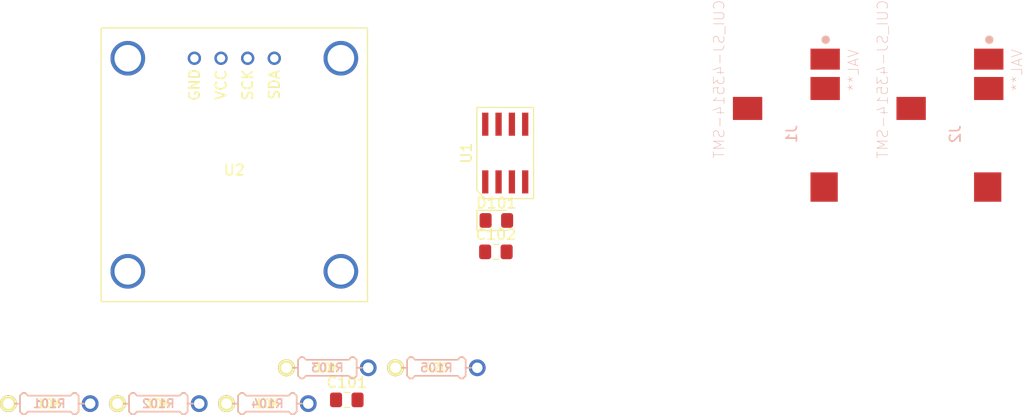
<source format=kicad_pcb>
(kicad_pcb (version 20171130) (host pcbnew "(5.1.4)-1")

  (general
    (thickness 1.6)
    (drawings 0)
    (tracks 0)
    (zones 0)
    (modules 12)
    (nets 10)
  )

  (page A4)
  (layers
    (0 F.Cu signal)
    (31 B.Cu signal)
    (32 B.Adhes user)
    (33 F.Adhes user)
    (34 B.Paste user)
    (35 F.Paste user)
    (36 B.SilkS user)
    (37 F.SilkS user)
    (38 B.Mask user)
    (39 F.Mask user)
    (40 Dwgs.User user)
    (41 Cmts.User user)
    (42 Eco1.User user)
    (43 Eco2.User user)
    (44 Edge.Cuts user)
    (45 Margin user)
    (46 B.CrtYd user)
    (47 F.CrtYd user)
    (48 B.Fab user)
    (49 F.Fab user hide)
  )

  (setup
    (last_trace_width 0.25)
    (user_trace_width 0.5)
    (trace_clearance 0.2)
    (zone_clearance 0.508)
    (zone_45_only no)
    (trace_min 0.2)
    (via_size 0.8)
    (via_drill 0.4)
    (via_min_size 0.4)
    (via_min_drill 0.3)
    (uvia_size 0.3)
    (uvia_drill 0.1)
    (uvias_allowed no)
    (uvia_min_size 0.2)
    (uvia_min_drill 0.1)
    (edge_width 0.05)
    (segment_width 0.2)
    (pcb_text_width 0.3)
    (pcb_text_size 1.5 1.5)
    (mod_edge_width 0.12)
    (mod_text_size 1 1)
    (mod_text_width 0.15)
    (pad_size 1.524 1.524)
    (pad_drill 0.762)
    (pad_to_mask_clearance 0.051)
    (solder_mask_min_width 0.25)
    (aux_axis_origin 0 0)
    (visible_elements 7FFFFFFF)
    (pcbplotparams
      (layerselection 0x010fc_ffffffff)
      (usegerberextensions false)
      (usegerberattributes false)
      (usegerberadvancedattributes false)
      (creategerberjobfile false)
      (excludeedgelayer true)
      (linewidth 0.100000)
      (plotframeref false)
      (viasonmask false)
      (mode 1)
      (useauxorigin false)
      (hpglpennumber 1)
      (hpglpenspeed 20)
      (hpglpendiameter 15.000000)
      (psnegative false)
      (psa4output false)
      (plotreference true)
      (plotvalue true)
      (plotinvisibletext false)
      (padsonsilk false)
      (subtractmaskfromsilk false)
      (outputformat 1)
      (mirror false)
      (drillshape 1)
      (scaleselection 1)
      (outputdirectory ""))
  )

  (net 0 "")
  (net 1 GND)
  (net 2 "Net-(C102-Pad1)")
  (net 3 /SCL_IN)
  (net 4 VCC)
  (net 5 /SDA_IN)
  (net 6 /SCK)
  (net 7 /SDA)
  (net 8 "Net-(R104-Pad2)")
  (net 9 "Net-(D101-Pad2)")

  (net_class Default "This is the default net class."
    (clearance 0.2)
    (trace_width 0.25)
    (via_dia 0.8)
    (via_drill 0.4)
    (uvia_dia 0.3)
    (uvia_drill 0.1)
    (add_net /SCK)
    (add_net /SCL_IN)
    (add_net /SDA)
    (add_net /SDA_IN)
    (add_net GND)
    (add_net "Net-(C102-Pad1)")
    (add_net "Net-(D101-Pad2)")
    (add_net "Net-(R104-Pad2)")
    (add_net VCC)
  )

  (module SVastaCustomParts:128x64px_OLED_I2C (layer F.Cu) (tedit 5E8A4A6D) (tstamp 5E8AC542)
    (at 87.75 44.85)
    (path /5E8C718D)
    (fp_text reference U2 (at 0 0.5) (layer F.SilkS)
      (effects (font (size 1 1) (thickness 0.15)))
    )
    (fp_text value 0.91"_128x64_i2c_OLED (at 0 -0.5) (layer F.Fab)
      (effects (font (size 1 1) (thickness 0.15)))
    )
    (fp_text user SDA (at 3.81 -7.62 90) (layer F.SilkS)
      (effects (font (size 1 1) (thickness 0.15)))
    )
    (fp_text user SCK (at 1.27 -7.62 90) (layer F.SilkS)
      (effects (font (size 1 1) (thickness 0.15)))
    )
    (fp_text user VCC (at -1.27 -7.62 90) (layer F.SilkS)
      (effects (font (size 1 1) (thickness 0.15)))
    )
    (fp_text user GND (at -3.81 -7.62 90) (layer F.SilkS)
      (effects (font (size 1 1) (thickness 0.15)))
    )
    (fp_line (start 12.7 13.05) (end 12.7 -13.05) (layer F.SilkS) (width 0.12))
    (fp_line (start -12.7 13.05) (end 12.7 13.05) (layer F.SilkS) (width 0.12))
    (fp_line (start -12.7 -13.05) (end -12.7 13.05) (layer F.SilkS) (width 0.12))
    (fp_line (start -12.7 -13.05) (end 12.7 -13.05) (layer F.SilkS) (width 0.12))
    (pad SDA thru_hole circle (at 3.81 -10.16) (size 1.27 1.27) (drill 0.8) (layers *.Cu *.Mask)
      (net 7 /SDA))
    (pad SCK thru_hole circle (at 1.27 -10.16) (size 1.27 1.27) (drill 0.8) (layers *.Cu *.Mask)
      (net 6 /SCK))
    (pad VCC thru_hole circle (at -1.27 -10.16) (size 1.27 1.27) (drill 0.8) (layers *.Cu *.Mask)
      (net 4 VCC))
    (pad GND thru_hole circle (at -3.81 -10.16) (size 1.27 1.27) (drill 0.8) (layers *.Cu *.Mask)
      (net 1 GND))
    (pad "" np_thru_hole circle (at 10.16 10.16 270) (size 3.302 3.302) (drill 2.54) (layers *.Cu *.Mask))
    (pad "" np_thru_hole circle (at -10.16 10.16 180) (size 3.302 3.302) (drill 2.54) (layers *.Cu *.Mask))
    (pad "" np_thru_hole circle (at -10.16 -10.16 90) (size 3.302 3.302) (drill 2.54) (layers *.Cu *.Mask))
    (pad "" np_thru_hole circle (at 10.16 -10.16) (size 3.302 3.302) (drill 2.54) (layers *.Cu *.Mask))
  )

  (module SVastaCustomParts:PI6ULS5V9511A_I2C_HotSwap (layer F.Cu) (tedit 0) (tstamp 5E8AC52E)
    (at 113.585 43.73)
    (path /5E8C5628)
    (attr smd)
    (fp_text reference U1 (at -3.705 0 90) (layer F.SilkS)
      (effects (font (size 1 1) (thickness 0.15)))
    )
    (fp_text value PI6ULS5V9511AWEX_I2C_HotSwap (at 0 0) (layer F.Fab)
      (effects (font (size 1 1) (thickness 0.15)))
    )
    (fp_line (start -2.46 4.1) (end -2.46 -4.1) (layer F.CrtYd) (width 0.05))
    (fp_line (start 2.46 4.1) (end -2.46 4.1) (layer F.CrtYd) (width 0.05))
    (fp_line (start 2.46 -4.1) (end 2.46 4.1) (layer F.CrtYd) (width 0.05))
    (fp_line (start -2.46 -4.1) (end 2.46 -4.1) (layer F.CrtYd) (width 0.05))
    (fp_line (start 2.705 4.35) (end -1.905 4.35) (layer F.SilkS) (width 0.12))
    (fp_line (start 2.705 -4.35) (end 2.705 4.35) (layer F.SilkS) (width 0.12))
    (fp_line (start -2.705 -4.35) (end 2.705 -4.35) (layer F.SilkS) (width 0.12))
    (fp_line (start -2.705 3.55) (end -2.705 -4.35) (layer F.SilkS) (width 0.12))
    (fp_line (start -1.905 4.35) (end -2.705 3.55) (layer F.SilkS) (width 0.12))
    (pad 4 smd rect (at 1.905 2.75) (size 0.6 2.2) (layers F.Cu F.Paste F.Mask)
      (net 1 GND))
    (pad 5 smd rect (at 1.905 -2.75) (size 0.6 2.2) (layers F.Cu F.Paste F.Mask)
      (net 8 "Net-(R104-Pad2)"))
    (pad 3 smd rect (at 0.635 2.75) (size 0.6 2.2) (layers F.Cu F.Paste F.Mask)
      (net 3 /SCL_IN))
    (pad 6 smd rect (at 0.635 -2.75) (size 0.6 2.2) (layers F.Cu F.Paste F.Mask)
      (net 5 /SDA_IN))
    (pad 2 smd rect (at -0.635 2.75) (size 0.6 2.2) (layers F.Cu F.Paste F.Mask)
      (net 6 /SCK))
    (pad 7 smd rect (at -0.635 -2.75) (size 0.6 2.2) (layers F.Cu F.Paste F.Mask)
      (net 7 /SDA))
    (pad 1 smd rect (at -1.905 2.75) (size 0.6 2.2) (layers F.Cu F.Paste F.Mask)
      (net 2 "Net-(C102-Pad1)"))
    (pad 8 smd rect (at -1.905 -2.75) (size 0.6 2.2) (layers F.Cu F.Paste F.Mask)
      (net 4 VCC))
  )

  (module keebio:Resistor-Compact (layer F.Cu) (tedit 597B3C60) (tstamp 5E8AC519)
    (at 107.019999 64.211)
    (path /5EDB0407)
    (attr smd)
    (fp_text reference R105 (at 0 0) (layer B.SilkS)
      (effects (font (size 0.8 0.8) (thickness 0.15)) (justify mirror))
    )
    (fp_text value 470 (at 0 0) (layer F.SilkS)
      (effects (font (size 0.8 0.8) (thickness 0.15)))
    )
    (fp_line (start -2.794 -0.762) (end -2.54 -1.016) (layer F.SilkS) (width 0.15))
    (fp_line (start -2.54 -1.016) (end -2.286 -1.016) (layer F.SilkS) (width 0.15))
    (fp_line (start -2.286 -1.016) (end -2.032 -0.762) (layer F.SilkS) (width 0.15))
    (fp_line (start -2.032 -0.762) (end 2.032 -0.762) (layer F.SilkS) (width 0.15))
    (fp_line (start 2.032 -0.762) (end 2.286 -1.016) (layer F.SilkS) (width 0.15))
    (fp_line (start 2.286 -1.016) (end 2.54 -1.016) (layer F.SilkS) (width 0.15))
    (fp_line (start 2.54 -1.016) (end 2.794 -0.762) (layer F.SilkS) (width 0.15))
    (fp_line (start 2.794 -0.762) (end 2.794 0.762) (layer F.SilkS) (width 0.15))
    (fp_line (start 2.794 0.762) (end 2.54 1.016) (layer F.SilkS) (width 0.15))
    (fp_line (start 2.54 1.016) (end 2.286 1.016) (layer F.SilkS) (width 0.15))
    (fp_line (start 2.286 1.016) (end 2.032 0.762) (layer F.SilkS) (width 0.15))
    (fp_line (start 2.032 0.762) (end -2.032 0.762) (layer F.SilkS) (width 0.15))
    (fp_line (start -2.032 0.762) (end -2.286 1.016) (layer F.SilkS) (width 0.15))
    (fp_line (start -2.286 1.016) (end -2.54 1.016) (layer F.SilkS) (width 0.15))
    (fp_line (start -2.54 1.016) (end -2.794 0.762) (layer F.SilkS) (width 0.15))
    (fp_line (start -2.794 0.762) (end -2.794 -0.762) (layer F.SilkS) (width 0.15))
    (fp_line (start -3.302 0) (end -2.794 0) (layer F.SilkS) (width 0.15))
    (fp_line (start 2.794 0) (end 3.302 0) (layer F.SilkS) (width 0.15))
    (fp_line (start -3.302 0) (end -2.794 0) (layer B.SilkS) (width 0.15))
    (fp_line (start -2.794 0) (end -2.794 -0.762) (layer B.SilkS) (width 0.15))
    (fp_line (start -2.794 -0.762) (end -2.54 -1.016) (layer B.SilkS) (width 0.15))
    (fp_line (start -2.54 -1.016) (end -2.286 -1.016) (layer B.SilkS) (width 0.15))
    (fp_line (start -2.286 -1.016) (end -2.032 -0.762) (layer B.SilkS) (width 0.15))
    (fp_line (start -2.032 -0.762) (end 2.032 -0.762) (layer B.SilkS) (width 0.15))
    (fp_line (start 2.032 -0.762) (end 2.286 -1.016) (layer B.SilkS) (width 0.15))
    (fp_line (start 2.286 -1.016) (end 2.54 -1.016) (layer B.SilkS) (width 0.15))
    (fp_line (start 2.54 -1.016) (end 2.794 -0.762) (layer B.SilkS) (width 0.15))
    (fp_line (start 2.794 -0.762) (end 2.794 0.762) (layer B.SilkS) (width 0.15))
    (fp_line (start 2.794 0.762) (end 2.54 1.016) (layer B.SilkS) (width 0.15))
    (fp_line (start 2.54 1.016) (end 2.286 1.016) (layer B.SilkS) (width 0.15))
    (fp_line (start 2.286 1.016) (end 2.032 0.762) (layer B.SilkS) (width 0.15))
    (fp_line (start 2.032 0.762) (end -2.032 0.762) (layer B.SilkS) (width 0.15))
    (fp_line (start -2.032 0.762) (end -2.286 1.016) (layer B.SilkS) (width 0.15))
    (fp_line (start -2.286 1.016) (end -2.54 1.016) (layer B.SilkS) (width 0.15))
    (fp_line (start -2.54 1.016) (end -2.794 0.762) (layer B.SilkS) (width 0.15))
    (fp_line (start -2.794 0.762) (end -2.794 0) (layer B.SilkS) (width 0.15))
    (fp_line (start 2.794 0) (end 3.302 0) (layer B.SilkS) (width 0.15))
    (pad 1 thru_hole circle (at 3.9 0) (size 1.6 1.6) (drill 1) (layers *.Cu *.Mask)
      (net 8 "Net-(R104-Pad2)"))
    (pad 2 thru_hole circle (at -3.9 0) (size 1.6 1.6) (drill 1) (layers *.Cu *.Mask F.SilkS)
      (net 9 "Net-(D101-Pad2)"))
  )

  (module keebio:Resistor-Compact (layer F.Cu) (tedit 597B3C60) (tstamp 5E8AC3CE)
    (at 90.899999 67.631)
    (path /5E8ED20D)
    (attr smd)
    (fp_text reference R104 (at 0 0) (layer B.SilkS)
      (effects (font (size 0.8 0.8) (thickness 0.15)) (justify mirror))
    )
    (fp_text value 10K (at 0 0) (layer F.SilkS)
      (effects (font (size 0.8 0.8) (thickness 0.15)))
    )
    (fp_line (start -2.794 -0.762) (end -2.54 -1.016) (layer F.SilkS) (width 0.15))
    (fp_line (start -2.54 -1.016) (end -2.286 -1.016) (layer F.SilkS) (width 0.15))
    (fp_line (start -2.286 -1.016) (end -2.032 -0.762) (layer F.SilkS) (width 0.15))
    (fp_line (start -2.032 -0.762) (end 2.032 -0.762) (layer F.SilkS) (width 0.15))
    (fp_line (start 2.032 -0.762) (end 2.286 -1.016) (layer F.SilkS) (width 0.15))
    (fp_line (start 2.286 -1.016) (end 2.54 -1.016) (layer F.SilkS) (width 0.15))
    (fp_line (start 2.54 -1.016) (end 2.794 -0.762) (layer F.SilkS) (width 0.15))
    (fp_line (start 2.794 -0.762) (end 2.794 0.762) (layer F.SilkS) (width 0.15))
    (fp_line (start 2.794 0.762) (end 2.54 1.016) (layer F.SilkS) (width 0.15))
    (fp_line (start 2.54 1.016) (end 2.286 1.016) (layer F.SilkS) (width 0.15))
    (fp_line (start 2.286 1.016) (end 2.032 0.762) (layer F.SilkS) (width 0.15))
    (fp_line (start 2.032 0.762) (end -2.032 0.762) (layer F.SilkS) (width 0.15))
    (fp_line (start -2.032 0.762) (end -2.286 1.016) (layer F.SilkS) (width 0.15))
    (fp_line (start -2.286 1.016) (end -2.54 1.016) (layer F.SilkS) (width 0.15))
    (fp_line (start -2.54 1.016) (end -2.794 0.762) (layer F.SilkS) (width 0.15))
    (fp_line (start -2.794 0.762) (end -2.794 -0.762) (layer F.SilkS) (width 0.15))
    (fp_line (start -3.302 0) (end -2.794 0) (layer F.SilkS) (width 0.15))
    (fp_line (start 2.794 0) (end 3.302 0) (layer F.SilkS) (width 0.15))
    (fp_line (start -3.302 0) (end -2.794 0) (layer B.SilkS) (width 0.15))
    (fp_line (start -2.794 0) (end -2.794 -0.762) (layer B.SilkS) (width 0.15))
    (fp_line (start -2.794 -0.762) (end -2.54 -1.016) (layer B.SilkS) (width 0.15))
    (fp_line (start -2.54 -1.016) (end -2.286 -1.016) (layer B.SilkS) (width 0.15))
    (fp_line (start -2.286 -1.016) (end -2.032 -0.762) (layer B.SilkS) (width 0.15))
    (fp_line (start -2.032 -0.762) (end 2.032 -0.762) (layer B.SilkS) (width 0.15))
    (fp_line (start 2.032 -0.762) (end 2.286 -1.016) (layer B.SilkS) (width 0.15))
    (fp_line (start 2.286 -1.016) (end 2.54 -1.016) (layer B.SilkS) (width 0.15))
    (fp_line (start 2.54 -1.016) (end 2.794 -0.762) (layer B.SilkS) (width 0.15))
    (fp_line (start 2.794 -0.762) (end 2.794 0.762) (layer B.SilkS) (width 0.15))
    (fp_line (start 2.794 0.762) (end 2.54 1.016) (layer B.SilkS) (width 0.15))
    (fp_line (start 2.54 1.016) (end 2.286 1.016) (layer B.SilkS) (width 0.15))
    (fp_line (start 2.286 1.016) (end 2.032 0.762) (layer B.SilkS) (width 0.15))
    (fp_line (start 2.032 0.762) (end -2.032 0.762) (layer B.SilkS) (width 0.15))
    (fp_line (start -2.032 0.762) (end -2.286 1.016) (layer B.SilkS) (width 0.15))
    (fp_line (start -2.286 1.016) (end -2.54 1.016) (layer B.SilkS) (width 0.15))
    (fp_line (start -2.54 1.016) (end -2.794 0.762) (layer B.SilkS) (width 0.15))
    (fp_line (start -2.794 0.762) (end -2.794 0) (layer B.SilkS) (width 0.15))
    (fp_line (start 2.794 0) (end 3.302 0) (layer B.SilkS) (width 0.15))
    (pad 1 thru_hole circle (at 3.9 0) (size 1.6 1.6) (drill 1) (layers *.Cu *.Mask)
      (net 4 VCC))
    (pad 2 thru_hole circle (at -3.9 0) (size 1.6 1.6) (drill 1) (layers *.Cu *.Mask F.SilkS)
      (net 8 "Net-(R104-Pad2)"))
  )

  (module keebio:Resistor-Compact (layer F.Cu) (tedit 597B3C60) (tstamp 5E8AC283)
    (at 96.619999 64.211)
    (path /5E8E9AEB)
    (attr smd)
    (fp_text reference R103 (at 0 0) (layer B.SilkS)
      (effects (font (size 0.8 0.8) (thickness 0.15)) (justify mirror))
    )
    (fp_text value 10K (at 0 0) (layer F.SilkS)
      (effects (font (size 0.8 0.8) (thickness 0.15)))
    )
    (fp_line (start -2.794 -0.762) (end -2.54 -1.016) (layer F.SilkS) (width 0.15))
    (fp_line (start -2.54 -1.016) (end -2.286 -1.016) (layer F.SilkS) (width 0.15))
    (fp_line (start -2.286 -1.016) (end -2.032 -0.762) (layer F.SilkS) (width 0.15))
    (fp_line (start -2.032 -0.762) (end 2.032 -0.762) (layer F.SilkS) (width 0.15))
    (fp_line (start 2.032 -0.762) (end 2.286 -1.016) (layer F.SilkS) (width 0.15))
    (fp_line (start 2.286 -1.016) (end 2.54 -1.016) (layer F.SilkS) (width 0.15))
    (fp_line (start 2.54 -1.016) (end 2.794 -0.762) (layer F.SilkS) (width 0.15))
    (fp_line (start 2.794 -0.762) (end 2.794 0.762) (layer F.SilkS) (width 0.15))
    (fp_line (start 2.794 0.762) (end 2.54 1.016) (layer F.SilkS) (width 0.15))
    (fp_line (start 2.54 1.016) (end 2.286 1.016) (layer F.SilkS) (width 0.15))
    (fp_line (start 2.286 1.016) (end 2.032 0.762) (layer F.SilkS) (width 0.15))
    (fp_line (start 2.032 0.762) (end -2.032 0.762) (layer F.SilkS) (width 0.15))
    (fp_line (start -2.032 0.762) (end -2.286 1.016) (layer F.SilkS) (width 0.15))
    (fp_line (start -2.286 1.016) (end -2.54 1.016) (layer F.SilkS) (width 0.15))
    (fp_line (start -2.54 1.016) (end -2.794 0.762) (layer F.SilkS) (width 0.15))
    (fp_line (start -2.794 0.762) (end -2.794 -0.762) (layer F.SilkS) (width 0.15))
    (fp_line (start -3.302 0) (end -2.794 0) (layer F.SilkS) (width 0.15))
    (fp_line (start 2.794 0) (end 3.302 0) (layer F.SilkS) (width 0.15))
    (fp_line (start -3.302 0) (end -2.794 0) (layer B.SilkS) (width 0.15))
    (fp_line (start -2.794 0) (end -2.794 -0.762) (layer B.SilkS) (width 0.15))
    (fp_line (start -2.794 -0.762) (end -2.54 -1.016) (layer B.SilkS) (width 0.15))
    (fp_line (start -2.54 -1.016) (end -2.286 -1.016) (layer B.SilkS) (width 0.15))
    (fp_line (start -2.286 -1.016) (end -2.032 -0.762) (layer B.SilkS) (width 0.15))
    (fp_line (start -2.032 -0.762) (end 2.032 -0.762) (layer B.SilkS) (width 0.15))
    (fp_line (start 2.032 -0.762) (end 2.286 -1.016) (layer B.SilkS) (width 0.15))
    (fp_line (start 2.286 -1.016) (end 2.54 -1.016) (layer B.SilkS) (width 0.15))
    (fp_line (start 2.54 -1.016) (end 2.794 -0.762) (layer B.SilkS) (width 0.15))
    (fp_line (start 2.794 -0.762) (end 2.794 0.762) (layer B.SilkS) (width 0.15))
    (fp_line (start 2.794 0.762) (end 2.54 1.016) (layer B.SilkS) (width 0.15))
    (fp_line (start 2.54 1.016) (end 2.286 1.016) (layer B.SilkS) (width 0.15))
    (fp_line (start 2.286 1.016) (end 2.032 0.762) (layer B.SilkS) (width 0.15))
    (fp_line (start 2.032 0.762) (end -2.032 0.762) (layer B.SilkS) (width 0.15))
    (fp_line (start -2.032 0.762) (end -2.286 1.016) (layer B.SilkS) (width 0.15))
    (fp_line (start -2.286 1.016) (end -2.54 1.016) (layer B.SilkS) (width 0.15))
    (fp_line (start -2.54 1.016) (end -2.794 0.762) (layer B.SilkS) (width 0.15))
    (fp_line (start -2.794 0.762) (end -2.794 0) (layer B.SilkS) (width 0.15))
    (fp_line (start 2.794 0) (end 3.302 0) (layer B.SilkS) (width 0.15))
    (pad 1 thru_hole circle (at 3.9 0) (size 1.6 1.6) (drill 1) (layers *.Cu *.Mask)
      (net 4 VCC))
    (pad 2 thru_hole circle (at -3.9 0) (size 1.6 1.6) (drill 1) (layers *.Cu *.Mask F.SilkS)
      (net 7 /SDA))
  )

  (module keebio:Resistor-Compact (layer F.Cu) (tedit 597B3C60) (tstamp 5E8AC138)
    (at 80.499999 67.631)
    (path /5E8CAECE)
    (attr smd)
    (fp_text reference R102 (at 0 0) (layer B.SilkS)
      (effects (font (size 0.8 0.8) (thickness 0.15)) (justify mirror))
    )
    (fp_text value 10K (at 0 0) (layer F.SilkS)
      (effects (font (size 0.8 0.8) (thickness 0.15)))
    )
    (fp_line (start -2.794 -0.762) (end -2.54 -1.016) (layer F.SilkS) (width 0.15))
    (fp_line (start -2.54 -1.016) (end -2.286 -1.016) (layer F.SilkS) (width 0.15))
    (fp_line (start -2.286 -1.016) (end -2.032 -0.762) (layer F.SilkS) (width 0.15))
    (fp_line (start -2.032 -0.762) (end 2.032 -0.762) (layer F.SilkS) (width 0.15))
    (fp_line (start 2.032 -0.762) (end 2.286 -1.016) (layer F.SilkS) (width 0.15))
    (fp_line (start 2.286 -1.016) (end 2.54 -1.016) (layer F.SilkS) (width 0.15))
    (fp_line (start 2.54 -1.016) (end 2.794 -0.762) (layer F.SilkS) (width 0.15))
    (fp_line (start 2.794 -0.762) (end 2.794 0.762) (layer F.SilkS) (width 0.15))
    (fp_line (start 2.794 0.762) (end 2.54 1.016) (layer F.SilkS) (width 0.15))
    (fp_line (start 2.54 1.016) (end 2.286 1.016) (layer F.SilkS) (width 0.15))
    (fp_line (start 2.286 1.016) (end 2.032 0.762) (layer F.SilkS) (width 0.15))
    (fp_line (start 2.032 0.762) (end -2.032 0.762) (layer F.SilkS) (width 0.15))
    (fp_line (start -2.032 0.762) (end -2.286 1.016) (layer F.SilkS) (width 0.15))
    (fp_line (start -2.286 1.016) (end -2.54 1.016) (layer F.SilkS) (width 0.15))
    (fp_line (start -2.54 1.016) (end -2.794 0.762) (layer F.SilkS) (width 0.15))
    (fp_line (start -2.794 0.762) (end -2.794 -0.762) (layer F.SilkS) (width 0.15))
    (fp_line (start -3.302 0) (end -2.794 0) (layer F.SilkS) (width 0.15))
    (fp_line (start 2.794 0) (end 3.302 0) (layer F.SilkS) (width 0.15))
    (fp_line (start -3.302 0) (end -2.794 0) (layer B.SilkS) (width 0.15))
    (fp_line (start -2.794 0) (end -2.794 -0.762) (layer B.SilkS) (width 0.15))
    (fp_line (start -2.794 -0.762) (end -2.54 -1.016) (layer B.SilkS) (width 0.15))
    (fp_line (start -2.54 -1.016) (end -2.286 -1.016) (layer B.SilkS) (width 0.15))
    (fp_line (start -2.286 -1.016) (end -2.032 -0.762) (layer B.SilkS) (width 0.15))
    (fp_line (start -2.032 -0.762) (end 2.032 -0.762) (layer B.SilkS) (width 0.15))
    (fp_line (start 2.032 -0.762) (end 2.286 -1.016) (layer B.SilkS) (width 0.15))
    (fp_line (start 2.286 -1.016) (end 2.54 -1.016) (layer B.SilkS) (width 0.15))
    (fp_line (start 2.54 -1.016) (end 2.794 -0.762) (layer B.SilkS) (width 0.15))
    (fp_line (start 2.794 -0.762) (end 2.794 0.762) (layer B.SilkS) (width 0.15))
    (fp_line (start 2.794 0.762) (end 2.54 1.016) (layer B.SilkS) (width 0.15))
    (fp_line (start 2.54 1.016) (end 2.286 1.016) (layer B.SilkS) (width 0.15))
    (fp_line (start 2.286 1.016) (end 2.032 0.762) (layer B.SilkS) (width 0.15))
    (fp_line (start 2.032 0.762) (end -2.032 0.762) (layer B.SilkS) (width 0.15))
    (fp_line (start -2.032 0.762) (end -2.286 1.016) (layer B.SilkS) (width 0.15))
    (fp_line (start -2.286 1.016) (end -2.54 1.016) (layer B.SilkS) (width 0.15))
    (fp_line (start -2.54 1.016) (end -2.794 0.762) (layer B.SilkS) (width 0.15))
    (fp_line (start -2.794 0.762) (end -2.794 0) (layer B.SilkS) (width 0.15))
    (fp_line (start 2.794 0) (end 3.302 0) (layer B.SilkS) (width 0.15))
    (pad 1 thru_hole circle (at 3.9 0) (size 1.6 1.6) (drill 1) (layers *.Cu *.Mask)
      (net 4 VCC))
    (pad 2 thru_hole circle (at -3.9 0) (size 1.6 1.6) (drill 1) (layers *.Cu *.Mask F.SilkS)
      (net 2 "Net-(C102-Pad1)"))
  )

  (module keebio:Resistor-Compact (layer F.Cu) (tedit 597B3C60) (tstamp 5E8ABFED)
    (at 70.099999 67.631)
    (path /5E8FED74)
    (attr smd)
    (fp_text reference R101 (at 0 0) (layer B.SilkS)
      (effects (font (size 0.8 0.8) (thickness 0.15)) (justify mirror))
    )
    (fp_text value 10K (at 0 0) (layer F.SilkS)
      (effects (font (size 0.8 0.8) (thickness 0.15)))
    )
    (fp_line (start -2.794 -0.762) (end -2.54 -1.016) (layer F.SilkS) (width 0.15))
    (fp_line (start -2.54 -1.016) (end -2.286 -1.016) (layer F.SilkS) (width 0.15))
    (fp_line (start -2.286 -1.016) (end -2.032 -0.762) (layer F.SilkS) (width 0.15))
    (fp_line (start -2.032 -0.762) (end 2.032 -0.762) (layer F.SilkS) (width 0.15))
    (fp_line (start 2.032 -0.762) (end 2.286 -1.016) (layer F.SilkS) (width 0.15))
    (fp_line (start 2.286 -1.016) (end 2.54 -1.016) (layer F.SilkS) (width 0.15))
    (fp_line (start 2.54 -1.016) (end 2.794 -0.762) (layer F.SilkS) (width 0.15))
    (fp_line (start 2.794 -0.762) (end 2.794 0.762) (layer F.SilkS) (width 0.15))
    (fp_line (start 2.794 0.762) (end 2.54 1.016) (layer F.SilkS) (width 0.15))
    (fp_line (start 2.54 1.016) (end 2.286 1.016) (layer F.SilkS) (width 0.15))
    (fp_line (start 2.286 1.016) (end 2.032 0.762) (layer F.SilkS) (width 0.15))
    (fp_line (start 2.032 0.762) (end -2.032 0.762) (layer F.SilkS) (width 0.15))
    (fp_line (start -2.032 0.762) (end -2.286 1.016) (layer F.SilkS) (width 0.15))
    (fp_line (start -2.286 1.016) (end -2.54 1.016) (layer F.SilkS) (width 0.15))
    (fp_line (start -2.54 1.016) (end -2.794 0.762) (layer F.SilkS) (width 0.15))
    (fp_line (start -2.794 0.762) (end -2.794 -0.762) (layer F.SilkS) (width 0.15))
    (fp_line (start -3.302 0) (end -2.794 0) (layer F.SilkS) (width 0.15))
    (fp_line (start 2.794 0) (end 3.302 0) (layer F.SilkS) (width 0.15))
    (fp_line (start -3.302 0) (end -2.794 0) (layer B.SilkS) (width 0.15))
    (fp_line (start -2.794 0) (end -2.794 -0.762) (layer B.SilkS) (width 0.15))
    (fp_line (start -2.794 -0.762) (end -2.54 -1.016) (layer B.SilkS) (width 0.15))
    (fp_line (start -2.54 -1.016) (end -2.286 -1.016) (layer B.SilkS) (width 0.15))
    (fp_line (start -2.286 -1.016) (end -2.032 -0.762) (layer B.SilkS) (width 0.15))
    (fp_line (start -2.032 -0.762) (end 2.032 -0.762) (layer B.SilkS) (width 0.15))
    (fp_line (start 2.032 -0.762) (end 2.286 -1.016) (layer B.SilkS) (width 0.15))
    (fp_line (start 2.286 -1.016) (end 2.54 -1.016) (layer B.SilkS) (width 0.15))
    (fp_line (start 2.54 -1.016) (end 2.794 -0.762) (layer B.SilkS) (width 0.15))
    (fp_line (start 2.794 -0.762) (end 2.794 0.762) (layer B.SilkS) (width 0.15))
    (fp_line (start 2.794 0.762) (end 2.54 1.016) (layer B.SilkS) (width 0.15))
    (fp_line (start 2.54 1.016) (end 2.286 1.016) (layer B.SilkS) (width 0.15))
    (fp_line (start 2.286 1.016) (end 2.032 0.762) (layer B.SilkS) (width 0.15))
    (fp_line (start 2.032 0.762) (end -2.032 0.762) (layer B.SilkS) (width 0.15))
    (fp_line (start -2.032 0.762) (end -2.286 1.016) (layer B.SilkS) (width 0.15))
    (fp_line (start -2.286 1.016) (end -2.54 1.016) (layer B.SilkS) (width 0.15))
    (fp_line (start -2.54 1.016) (end -2.794 0.762) (layer B.SilkS) (width 0.15))
    (fp_line (start -2.794 0.762) (end -2.794 0) (layer B.SilkS) (width 0.15))
    (fp_line (start 2.794 0) (end 3.302 0) (layer B.SilkS) (width 0.15))
    (pad 1 thru_hole circle (at 3.9 0) (size 1.6 1.6) (drill 1) (layers *.Cu *.Mask)
      (net 4 VCC))
    (pad 2 thru_hole circle (at -3.9 0) (size 1.6 1.6) (drill 1) (layers *.Cu *.Mask F.SilkS)
      (net 6 /SCK))
  )

  (module SVastaCustomParts:3.5mm_Cut_out (layer B.Cu) (tedit 5E7D7FB7) (tstamp 5E8ABEA2)
    (at 156 41.925 270)
    (path /5E869A87)
    (fp_text reference J2 (at 0 -0.5 270) (layer B.SilkS)
      (effects (font (size 1 1) (thickness 0.15)) (justify mirror))
    )
    (fp_text value TRRS_SJ1-42514 (at 0 0.5 270) (layer B.Fab)
      (effects (font (size 1 1) (thickness 0.15)) (justify mirror))
    )
    (fp_line (start -9.525 3.175) (end 8.255 3.175) (layer Eco2.User) (width 0.12))
    (fp_line (start -9.525 -3.175) (end -9.525 3.175) (layer Eco2.User) (width 0.12))
    (fp_line (start 8.255 -3.175) (end -9.525 -3.175) (layer Eco2.User) (width 0.12))
    (fp_line (start 8.255 3.175) (end 8.255 -3.175) (layer Eco2.User) (width 0.12))
    (fp_text user CUI_SJ-43514-SMT (at -5.23394 6.41433 270) (layer B.SilkS)
      (effects (font (size 1.00459 1.00459) (thickness 0.05)) (justify mirror))
    )
    (fp_text user VAL** (at -6.09766 -6.3921 270) (layer B.SilkS)
      (effects (font (size 1.00372 1.00372) (thickness 0.05)) (justify mirror))
    )
    (fp_line (start -3 -5.5) (end -8.5 -5.5) (layer Eco1.User) (width 0.05))
    (fp_line (start -3.8 3.25) (end -3.8 5.35) (layer Eco1.User) (width 0.05))
    (fp_line (start -1.1 3.25) (end 8 3.25) (layer Eco1.User) (width 0.05))
    (fp_line (start -9.5 2.75) (end -8 2.75) (layer Eco1.User) (width 0.05))
    (fp_line (start -8 3.25) (end -3.8 3.25) (layer Eco1.User) (width 0.05))
    (fp_line (start -1.1 5.35) (end -1.1 3.25) (layer Eco1.User) (width 0.05))
    (fp_line (start 8 3.25) (end 8 -3.25) (layer Eco1.User) (width 0.05))
    (fp_line (start 8 -3.25) (end 6.75 -3.25) (layer Eco1.User) (width 0.05))
    (fp_line (start 6.75 -5.5) (end 3.25 -5.5) (layer Eco1.User) (width 0.05))
    (fp_circle (center -9 -3.75) (end -8.8 -3.75) (layer B.SilkS) (width 0.4))
    (fp_line (start -8 2.75) (end -8 3.25) (layer Eco1.User) (width 0.05))
    (fp_line (start -3.8 5.35) (end -1.1 5.35) (layer Eco1.User) (width 0.05))
    (fp_line (start 6.75 -3.25) (end 6.75 -5.5) (layer Eco1.User) (width 0.05))
    (fp_line (start 3.25 -5.5) (end 3.25 -3.25) (layer Eco1.User) (width 0.05))
    (fp_line (start 3.25 -3.25) (end -3 -3.25) (layer Eco1.User) (width 0.05))
    (fp_line (start -3 -3.25) (end -3 -5.5) (layer Eco1.User) (width 0.05))
    (fp_line (start -9.5 -2.75) (end -9.5 2.75) (layer Eco1.User) (width 0.05))
    (fp_line (start -8.5 -5.5) (end -8.5 -2.75) (layer Eco1.User) (width 0.05))
    (fp_line (start -8.5 -2.75) (end -9.5 -2.75) (layer Eco1.User) (width 0.05))
    (pad 1 smd rect (at -7.15 -3.7 90) (size 2 2.8) (layers F.Cu F.Paste F.Mask)
      (net 1 GND))
    (pad 3 smd rect (at -2.45 3.7 90) (size 2.2 2.8) (layers F.Cu F.Paste F.Mask)
      (net 3 /SCL_IN))
    (pad 4 smd rect (at -4.35 -3.7 90) (size 2.2 2.8) (layers F.Cu F.Paste F.Mask)
      (net 4 VCC))
    (pad 2 smd rect (at 5.05 -3.6 90) (size 2.8 2.6) (layers F.Cu F.Paste F.Mask)
      (net 5 /SDA_IN))
  )

  (module SVastaCustomParts:3.5mm_Cut_out (layer B.Cu) (tedit 5E7D7FB7) (tstamp 5E8ABE81)
    (at 140.4 41.925 270)
    (path /5E8913E0)
    (fp_text reference J1 (at 0 -0.5 90) (layer B.SilkS)
      (effects (font (size 1 1) (thickness 0.15)) (justify mirror))
    )
    (fp_text value TRRS_SJ1-42514 (at 0 0.5 90) (layer B.Fab)
      (effects (font (size 1 1) (thickness 0.15)) (justify mirror))
    )
    (fp_line (start -9.525 3.175) (end 8.255 3.175) (layer Eco2.User) (width 0.12))
    (fp_line (start -9.525 -3.175) (end -9.525 3.175) (layer Eco2.User) (width 0.12))
    (fp_line (start 8.255 -3.175) (end -9.525 -3.175) (layer Eco2.User) (width 0.12))
    (fp_line (start 8.255 3.175) (end 8.255 -3.175) (layer Eco2.User) (width 0.12))
    (fp_text user CUI_SJ-43514-SMT (at -5.23394 6.41433 90) (layer B.SilkS)
      (effects (font (size 1.00459 1.00459) (thickness 0.05)) (justify mirror))
    )
    (fp_text user VAL** (at -6.09766 -6.3921 90) (layer B.SilkS)
      (effects (font (size 1.00372 1.00372) (thickness 0.05)) (justify mirror))
    )
    (fp_line (start -3 -5.5) (end -8.5 -5.5) (layer Eco1.User) (width 0.05))
    (fp_line (start -3.8 3.25) (end -3.8 5.35) (layer Eco1.User) (width 0.05))
    (fp_line (start -1.1 3.25) (end 8 3.25) (layer Eco1.User) (width 0.05))
    (fp_line (start -9.5 2.75) (end -8 2.75) (layer Eco1.User) (width 0.05))
    (fp_line (start -8 3.25) (end -3.8 3.25) (layer Eco1.User) (width 0.05))
    (fp_line (start -1.1 5.35) (end -1.1 3.25) (layer Eco1.User) (width 0.05))
    (fp_line (start 8 3.25) (end 8 -3.25) (layer Eco1.User) (width 0.05))
    (fp_line (start 8 -3.25) (end 6.75 -3.25) (layer Eco1.User) (width 0.05))
    (fp_line (start 6.75 -5.5) (end 3.25 -5.5) (layer Eco1.User) (width 0.05))
    (fp_circle (center -9 -3.75) (end -8.8 -3.75) (layer B.SilkS) (width 0.4))
    (fp_line (start -8 2.75) (end -8 3.25) (layer Eco1.User) (width 0.05))
    (fp_line (start -3.8 5.35) (end -1.1 5.35) (layer Eco1.User) (width 0.05))
    (fp_line (start 6.75 -3.25) (end 6.75 -5.5) (layer Eco1.User) (width 0.05))
    (fp_line (start 3.25 -5.5) (end 3.25 -3.25) (layer Eco1.User) (width 0.05))
    (fp_line (start 3.25 -3.25) (end -3 -3.25) (layer Eco1.User) (width 0.05))
    (fp_line (start -3 -3.25) (end -3 -5.5) (layer Eco1.User) (width 0.05))
    (fp_line (start -9.5 -2.75) (end -9.5 2.75) (layer Eco1.User) (width 0.05))
    (fp_line (start -8.5 -5.5) (end -8.5 -2.75) (layer Eco1.User) (width 0.05))
    (fp_line (start -8.5 -2.75) (end -9.5 -2.75) (layer Eco1.User) (width 0.05))
    (pad 1 smd rect (at -7.15 -3.7 90) (size 2 2.8) (layers F.Cu F.Paste F.Mask)
      (net 1 GND))
    (pad 3 smd rect (at -2.45 3.7 90) (size 2.2 2.8) (layers F.Cu F.Paste F.Mask)
      (net 3 /SCL_IN))
    (pad 4 smd rect (at -4.35 -3.7 90) (size 2.2 2.8) (layers F.Cu F.Paste F.Mask)
      (net 4 VCC))
    (pad 2 smd rect (at 5.05 -3.6 90) (size 2.8 2.6) (layers F.Cu F.Paste F.Mask)
      (net 5 /SDA_IN))
  )

  (module Diode_SMD:D_0805_2012Metric_Pad1.15x1.40mm_HandSolder (layer F.Cu) (tedit 5B4B45C8) (tstamp 5E8ABE60)
    (at 112.74 50.16)
    (descr "Diode SMD 0805 (2012 Metric), square (rectangular) end terminal, IPC_7351 nominal, (Body size source: https://docs.google.com/spreadsheets/d/1BsfQQcO9C6DZCsRaXUlFlo91Tg2WpOkGARC1WS5S8t0/edit?usp=sharing), generated with kicad-footprint-generator")
    (tags "diode handsolder")
    (path /5EDB13CF)
    (attr smd)
    (fp_text reference D101 (at 0 -1.65) (layer F.SilkS)
      (effects (font (size 1 1) (thickness 0.15)))
    )
    (fp_text value LED (at 0 1.65) (layer F.Fab)
      (effects (font (size 1 1) (thickness 0.15)))
    )
    (fp_text user %R (at 0 0) (layer F.Fab)
      (effects (font (size 0.5 0.5) (thickness 0.08)))
    )
    (fp_line (start 1.85 0.95) (end -1.85 0.95) (layer F.CrtYd) (width 0.05))
    (fp_line (start 1.85 -0.95) (end 1.85 0.95) (layer F.CrtYd) (width 0.05))
    (fp_line (start -1.85 -0.95) (end 1.85 -0.95) (layer F.CrtYd) (width 0.05))
    (fp_line (start -1.85 0.95) (end -1.85 -0.95) (layer F.CrtYd) (width 0.05))
    (fp_line (start -1.86 0.96) (end 1 0.96) (layer F.SilkS) (width 0.12))
    (fp_line (start -1.86 -0.96) (end -1.86 0.96) (layer F.SilkS) (width 0.12))
    (fp_line (start 1 -0.96) (end -1.86 -0.96) (layer F.SilkS) (width 0.12))
    (fp_line (start 1 0.6) (end 1 -0.6) (layer F.Fab) (width 0.1))
    (fp_line (start -1 0.6) (end 1 0.6) (layer F.Fab) (width 0.1))
    (fp_line (start -1 -0.3) (end -1 0.6) (layer F.Fab) (width 0.1))
    (fp_line (start -0.7 -0.6) (end -1 -0.3) (layer F.Fab) (width 0.1))
    (fp_line (start 1 -0.6) (end -0.7 -0.6) (layer F.Fab) (width 0.1))
    (pad 2 smd roundrect (at 1.025 0) (size 1.15 1.4) (layers F.Cu F.Paste F.Mask) (roundrect_rratio 0.217391)
      (net 9 "Net-(D101-Pad2)"))
    (pad 1 smd roundrect (at -1.025 0) (size 1.15 1.4) (layers F.Cu F.Paste F.Mask) (roundrect_rratio 0.217391)
      (net 1 GND))
    (model ${KISYS3DMOD}/Diode_SMD.3dshapes/D_0805_2012Metric.wrl
      (at (xyz 0 0 0))
      (scale (xyz 1 1 1))
      (rotate (xyz 0 0 0))
    )
  )

  (module Capacitor_SMD:C_0805_2012Metric_Pad1.15x1.40mm_HandSolder (layer F.Cu) (tedit 5B36C52B) (tstamp 5E8ABE4D)
    (at 112.695 53.155)
    (descr "Capacitor SMD 0805 (2012 Metric), square (rectangular) end terminal, IPC_7351 nominal with elongated pad for handsoldering. (Body size source: https://docs.google.com/spreadsheets/d/1BsfQQcO9C6DZCsRaXUlFlo91Tg2WpOkGARC1WS5S8t0/edit?usp=sharing), generated with kicad-footprint-generator")
    (tags "capacitor handsolder")
    (path /5E91078C)
    (attr smd)
    (fp_text reference C102 (at 0 -1.65) (layer F.SilkS)
      (effects (font (size 1 1) (thickness 0.15)))
    )
    (fp_text value 100nF (at 0 1.65) (layer F.Fab)
      (effects (font (size 1 1) (thickness 0.15)))
    )
    (fp_text user %R (at 0 0) (layer F.Fab)
      (effects (font (size 0.5 0.5) (thickness 0.08)))
    )
    (fp_line (start 1.85 0.95) (end -1.85 0.95) (layer F.CrtYd) (width 0.05))
    (fp_line (start 1.85 -0.95) (end 1.85 0.95) (layer F.CrtYd) (width 0.05))
    (fp_line (start -1.85 -0.95) (end 1.85 -0.95) (layer F.CrtYd) (width 0.05))
    (fp_line (start -1.85 0.95) (end -1.85 -0.95) (layer F.CrtYd) (width 0.05))
    (fp_line (start -0.261252 0.71) (end 0.261252 0.71) (layer F.SilkS) (width 0.12))
    (fp_line (start -0.261252 -0.71) (end 0.261252 -0.71) (layer F.SilkS) (width 0.12))
    (fp_line (start 1 0.6) (end -1 0.6) (layer F.Fab) (width 0.1))
    (fp_line (start 1 -0.6) (end 1 0.6) (layer F.Fab) (width 0.1))
    (fp_line (start -1 -0.6) (end 1 -0.6) (layer F.Fab) (width 0.1))
    (fp_line (start -1 0.6) (end -1 -0.6) (layer F.Fab) (width 0.1))
    (pad 2 smd roundrect (at 1.025 0) (size 1.15 1.4) (layers F.Cu F.Paste F.Mask) (roundrect_rratio 0.217391)
      (net 1 GND))
    (pad 1 smd roundrect (at -1.025 0) (size 1.15 1.4) (layers F.Cu F.Paste F.Mask) (roundrect_rratio 0.217391)
      (net 2 "Net-(C102-Pad1)"))
    (model ${KISYS3DMOD}/Capacitor_SMD.3dshapes/C_0805_2012Metric.wrl
      (at (xyz 0 0 0))
      (scale (xyz 1 1 1))
      (rotate (xyz 0 0 0))
    )
  )

  (module Capacitor_SMD:C_0805_2012Metric_Pad1.15x1.40mm_HandSolder (layer F.Cu) (tedit 5B36C52B) (tstamp 5E8ABE3C)
    (at 98.475 67.275)
    (descr "Capacitor SMD 0805 (2012 Metric), square (rectangular) end terminal, IPC_7351 nominal with elongated pad for handsoldering. (Body size source: https://docs.google.com/spreadsheets/d/1BsfQQcO9C6DZCsRaXUlFlo91Tg2WpOkGARC1WS5S8t0/edit?usp=sharing), generated with kicad-footprint-generator")
    (tags "capacitor handsolder")
    (path /5E8C9807)
    (attr smd)
    (fp_text reference C101 (at 0 -1.65) (layer F.SilkS)
      (effects (font (size 1 1) (thickness 0.15)))
    )
    (fp_text value 100nF (at 0 1.65) (layer F.Fab)
      (effects (font (size 1 1) (thickness 0.15)))
    )
    (fp_text user %R (at 0 0) (layer F.Fab)
      (effects (font (size 0.5 0.5) (thickness 0.08)))
    )
    (fp_line (start 1.85 0.95) (end -1.85 0.95) (layer F.CrtYd) (width 0.05))
    (fp_line (start 1.85 -0.95) (end 1.85 0.95) (layer F.CrtYd) (width 0.05))
    (fp_line (start -1.85 -0.95) (end 1.85 -0.95) (layer F.CrtYd) (width 0.05))
    (fp_line (start -1.85 0.95) (end -1.85 -0.95) (layer F.CrtYd) (width 0.05))
    (fp_line (start -0.261252 0.71) (end 0.261252 0.71) (layer F.SilkS) (width 0.12))
    (fp_line (start -0.261252 -0.71) (end 0.261252 -0.71) (layer F.SilkS) (width 0.12))
    (fp_line (start 1 0.6) (end -1 0.6) (layer F.Fab) (width 0.1))
    (fp_line (start 1 -0.6) (end 1 0.6) (layer F.Fab) (width 0.1))
    (fp_line (start -1 -0.6) (end 1 -0.6) (layer F.Fab) (width 0.1))
    (fp_line (start -1 0.6) (end -1 -0.6) (layer F.Fab) (width 0.1))
    (pad 2 smd roundrect (at 1.025 0) (size 1.15 1.4) (layers F.Cu F.Paste F.Mask) (roundrect_rratio 0.217391)
      (net 4 VCC))
    (pad 1 smd roundrect (at -1.025 0) (size 1.15 1.4) (layers F.Cu F.Paste F.Mask) (roundrect_rratio 0.217391)
      (net 1 GND))
    (model ${KISYS3DMOD}/Capacitor_SMD.3dshapes/C_0805_2012Metric.wrl
      (at (xyz 0 0 0))
      (scale (xyz 1 1 1))
      (rotate (xyz 0 0 0))
    )
  )

)

</source>
